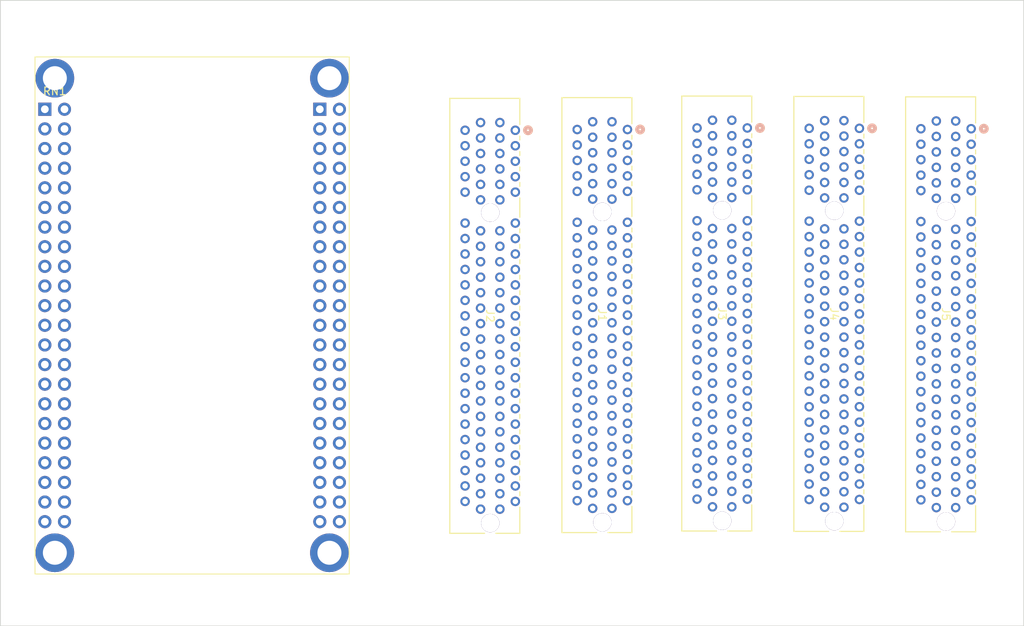
<source format=kicad_pcb>
(kicad_pcb (version 20221018) (generator pcbnew)
  (layers (0 "F.Cu" signal) (31 "B.Cu" signal) (34 "B.Paste" user) (35 "F.Paste" user) (36 "B.SilkS" user "B.Silkscreen") (37 "F.SilkS" user "F.Silkscreen") (38 "B.Mask" user) (39 "F.Mask" user) (44 "Edge.Cuts" user))
  (net 0 "")
  (footprint "main_board:pcie_98_socket" (layer "F.Cu") (at 93.9 37.000004 -90)
    (fp_text reference "J1")
    (fp_text value "pcie_98")
  )
  (footprint "main_board:pcie_98_socket" (layer "F.Cu") (at 109.4 36.800004 -90)
    (fp_text reference "J3")
    (fp_text value "pcie_98")
  )
  (footprint "main_board:pcie_98_socket" (layer "F.Cu") (at 138.35 36.900004 -90)
    (fp_text reference "J5")
    (fp_text value "pcie_98")
  )
  (footprint "main_board:pcie_98_socket" (layer "F.Cu") (at 79.4 37.100004 -90)
    (fp_text reference "J2")
    (fp_text value "pcie_98")
  )
  (footprint "main_board:weact_stm32fh750" (layer "F.Cu") (at 39.6 62.05)
    (fp_text reference "RN1")
    (fp_text value "R_Pack06")
  )
  (footprint "main_board:pcie_98_socket" (layer "F.Cu") (at 123.9 36.85 -90)
    (fp_text reference "J4")
    (fp_text value "pcie_98")
  )
  (gr_rect (start 14.8 21.3) (end 147.15 102.2) (stroke (width 0.1)) (fill none) (layer "Edge.Cuts"))
)
</source>
